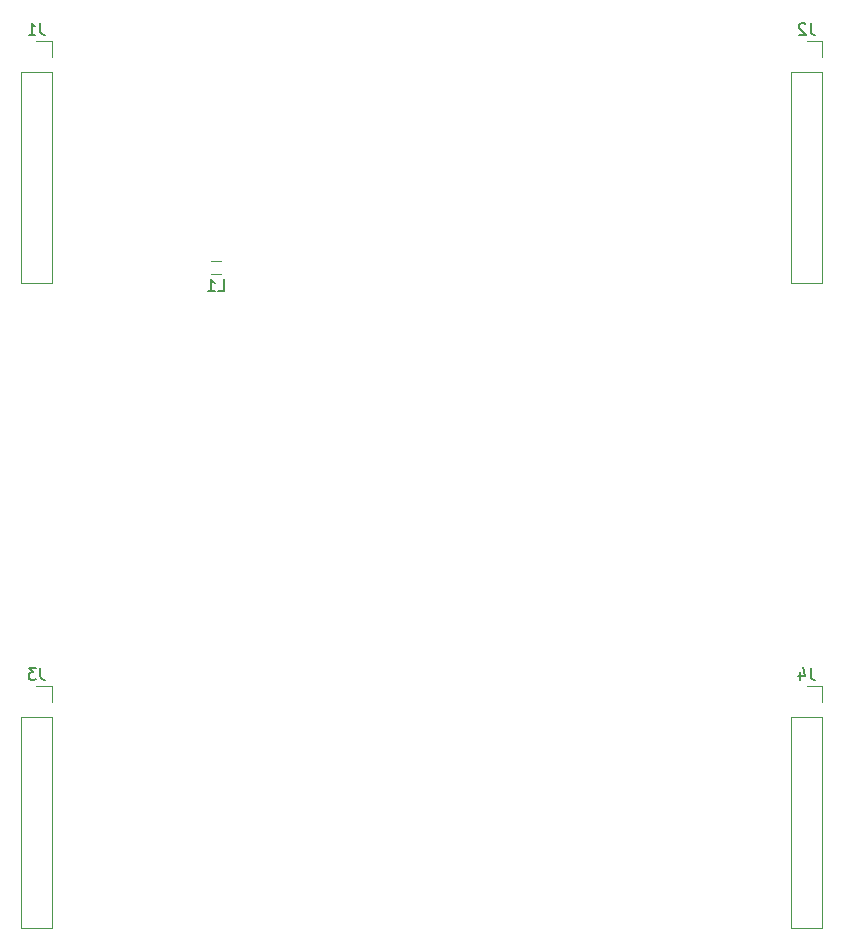
<source format=gbr>
%TF.GenerationSoftware,KiCad,Pcbnew,7.0.9*%
%TF.CreationDate,2024-02-04T10:52:35+00:00*%
%TF.ProjectId,QuadMod Components,51756164-4d6f-4642-9043-6f6d706f6e65,rev?*%
%TF.SameCoordinates,Original*%
%TF.FileFunction,Legend,Bot*%
%TF.FilePolarity,Positive*%
%FSLAX46Y46*%
G04 Gerber Fmt 4.6, Leading zero omitted, Abs format (unit mm)*
G04 Created by KiCad (PCBNEW 7.0.9) date 2024-02-04 10:52:35*
%MOMM*%
%LPD*%
G01*
G04 APERTURE LIST*
%ADD10C,0.150000*%
%ADD11C,0.120000*%
G04 APERTURE END LIST*
D10*
X168233333Y-66124819D02*
X168233333Y-66839104D01*
X168233333Y-66839104D02*
X168280952Y-66981961D01*
X168280952Y-66981961D02*
X168376190Y-67077200D01*
X168376190Y-67077200D02*
X168519047Y-67124819D01*
X168519047Y-67124819D02*
X168614285Y-67124819D01*
X167804761Y-66220057D02*
X167757142Y-66172438D01*
X167757142Y-66172438D02*
X167661904Y-66124819D01*
X167661904Y-66124819D02*
X167423809Y-66124819D01*
X167423809Y-66124819D02*
X167328571Y-66172438D01*
X167328571Y-66172438D02*
X167280952Y-66220057D01*
X167280952Y-66220057D02*
X167233333Y-66315295D01*
X167233333Y-66315295D02*
X167233333Y-66410533D01*
X167233333Y-66410533D02*
X167280952Y-66553390D01*
X167280952Y-66553390D02*
X167852380Y-67124819D01*
X167852380Y-67124819D02*
X167233333Y-67124819D01*
X103033333Y-66124819D02*
X103033333Y-66839104D01*
X103033333Y-66839104D02*
X103080952Y-66981961D01*
X103080952Y-66981961D02*
X103176190Y-67077200D01*
X103176190Y-67077200D02*
X103319047Y-67124819D01*
X103319047Y-67124819D02*
X103414285Y-67124819D01*
X102033333Y-67124819D02*
X102604761Y-67124819D01*
X102319047Y-67124819D02*
X102319047Y-66124819D01*
X102319047Y-66124819D02*
X102414285Y-66267676D01*
X102414285Y-66267676D02*
X102509523Y-66362914D01*
X102509523Y-66362914D02*
X102604761Y-66410533D01*
X118066666Y-88804819D02*
X118542856Y-88804819D01*
X118542856Y-88804819D02*
X118542856Y-87804819D01*
X117209523Y-88804819D02*
X117780951Y-88804819D01*
X117495237Y-88804819D02*
X117495237Y-87804819D01*
X117495237Y-87804819D02*
X117590475Y-87947676D01*
X117590475Y-87947676D02*
X117685713Y-88042914D01*
X117685713Y-88042914D02*
X117780951Y-88090533D01*
X103033333Y-120724819D02*
X103033333Y-121439104D01*
X103033333Y-121439104D02*
X103080952Y-121581961D01*
X103080952Y-121581961D02*
X103176190Y-121677200D01*
X103176190Y-121677200D02*
X103319047Y-121724819D01*
X103319047Y-121724819D02*
X103414285Y-121724819D01*
X102652380Y-120724819D02*
X102033333Y-120724819D01*
X102033333Y-120724819D02*
X102366666Y-121105771D01*
X102366666Y-121105771D02*
X102223809Y-121105771D01*
X102223809Y-121105771D02*
X102128571Y-121153390D01*
X102128571Y-121153390D02*
X102080952Y-121201009D01*
X102080952Y-121201009D02*
X102033333Y-121296247D01*
X102033333Y-121296247D02*
X102033333Y-121534342D01*
X102033333Y-121534342D02*
X102080952Y-121629580D01*
X102080952Y-121629580D02*
X102128571Y-121677200D01*
X102128571Y-121677200D02*
X102223809Y-121724819D01*
X102223809Y-121724819D02*
X102509523Y-121724819D01*
X102509523Y-121724819D02*
X102604761Y-121677200D01*
X102604761Y-121677200D02*
X102652380Y-121629580D01*
X168233333Y-120724819D02*
X168233333Y-121439104D01*
X168233333Y-121439104D02*
X168280952Y-121581961D01*
X168280952Y-121581961D02*
X168376190Y-121677200D01*
X168376190Y-121677200D02*
X168519047Y-121724819D01*
X168519047Y-121724819D02*
X168614285Y-121724819D01*
X167328571Y-121058152D02*
X167328571Y-121724819D01*
X167566666Y-120677200D02*
X167804761Y-121391485D01*
X167804761Y-121391485D02*
X167185714Y-121391485D01*
D11*
%TO.C,J2*%
X169230000Y-88110000D02*
X166570000Y-88110000D01*
X169230000Y-70270000D02*
X169230000Y-88110000D01*
X169230000Y-70270000D02*
X166570000Y-70270000D01*
X169230000Y-69000000D02*
X169230000Y-67670000D01*
X169230000Y-67670000D02*
X167900000Y-67670000D01*
X166570000Y-70270000D02*
X166570000Y-88110000D01*
%TO.C,J1*%
X104030000Y-88110000D02*
X101370000Y-88110000D01*
X104030000Y-70270000D02*
X104030000Y-88110000D01*
X104030000Y-70270000D02*
X101370000Y-70270000D01*
X104030000Y-69000000D02*
X104030000Y-67670000D01*
X104030000Y-67670000D02*
X102700000Y-67670000D01*
X101370000Y-70270000D02*
X101370000Y-88110000D01*
%TO.C,L1*%
X117500378Y-86240000D02*
X118299622Y-86240000D01*
X117500378Y-87360000D02*
X118299622Y-87360000D01*
%TO.C,J3*%
X104030000Y-142710000D02*
X101370000Y-142710000D01*
X104030000Y-124870000D02*
X104030000Y-142710000D01*
X104030000Y-124870000D02*
X101370000Y-124870000D01*
X104030000Y-123600000D02*
X104030000Y-122270000D01*
X104030000Y-122270000D02*
X102700000Y-122270000D01*
X101370000Y-124870000D02*
X101370000Y-142710000D01*
%TO.C,J4*%
X169230000Y-142710000D02*
X166570000Y-142710000D01*
X169230000Y-124870000D02*
X169230000Y-142710000D01*
X169230000Y-124870000D02*
X166570000Y-124870000D01*
X169230000Y-123600000D02*
X169230000Y-122270000D01*
X169230000Y-122270000D02*
X167900000Y-122270000D01*
X166570000Y-124870000D02*
X166570000Y-142710000D01*
%TD*%
M02*

</source>
